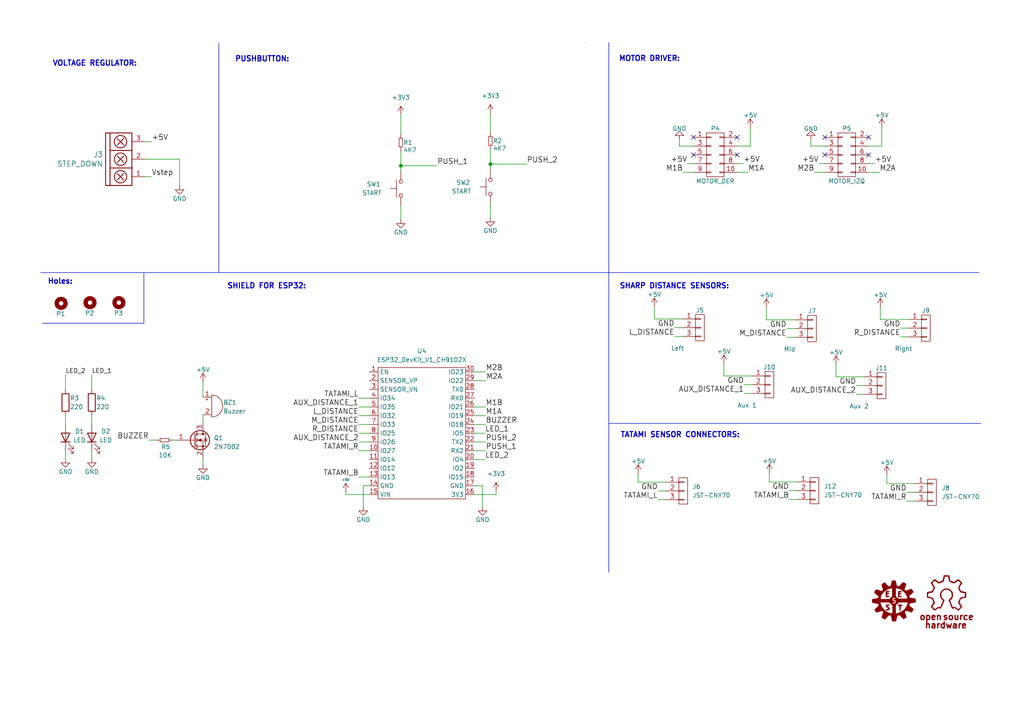
<source format=kicad_sch>
(kicad_sch (version 20250114) (generator "eeschema") (generator_version "9.0")
  (paper "A4")
  (lib_symbols
    (symbol "2019---Sumo---NANO---BTS7960-rescue:CONN_01X03-EESTN5" (pin_names (offset 1.016) (hide yes))
      (property "Reference" "J" (at 0 5.08 0))
      (property "Value" "CONN_01X03-EESTN5" (at 2.54 0 90))
      (symbol "CONN_01X03-EESTN5_1_1"
        (pin passive line (at -5.08 2.54 0) (length 3.81) (name "P1") (number "1"))
        (pin passive line (at -5.08 0 0) (length 3.81) (name "P2") (number "2"))
        (pin passive line (at -5.08 -2.54 0) (length 3.81) (name "P3") (number "3"))
      )
    )
    (symbol "2019---Sumo---NANO---BTS7960-rescue:Conn_01X03-EESTN5" (pin_names (offset 1.016) (hide yes))
      (property "Reference" "J" (at 0 5.08 0))
      (property "Value" "Conn_01X03-EESTN5" (at 0 -5.08 0))
      (symbol "Conn_01X03-EESTN5_1_1"
        (pin passive line (at -5.08 2.54 0) (length 3.81) (name "P1") (number "1"))
        (pin passive line (at -5.08 0 0) (length 3.81) (name "P2") (number "2"))
        (pin passive line (at -5.08 -2.54 0) (length 3.81) (name "P3") (number "3"))
      )
    )
    (symbol "2019---Sumo---NANO---BTS7960-rescue:HEADER_02X05-EESTN5" (pin_names (offset 0.0254) (hide yes))
      (property "Reference" "P" (at 0 7.62 0))
      (property "Value" "HEADER_02X05-EESTN5" (at 0 -7.62 0))
      (symbol "HEADER_02X05-EESTN5_1_1"
        (pin passive line (at -6.35 5.08 0) (length 3.81) (name "P1") (number "1"))
        (pin passive line (at -6.35 2.54 0) (length 3.81) (name "P3") (number "3"))
        (pin passive line (at -6.35 0 0) (length 3.81) (name "P5") (number "5"))
        (pin passive line (at -6.35 -2.54 0) (length 3.81) (name "P7") (number "7"))
        (pin passive line (at -6.35 -5.08 0) (length 3.81) (name "P9") (number "9"))
        (pin passive line (at 6.35 5.08 180) (length 3.81) (name "P2") (number "2"))
        (pin passive line (at 6.35 2.54 180) (length 3.81) (name "P4") (number "4"))
        (pin passive line (at 6.35 0 180) (length 3.81) (name "P6") (number "6"))
        (pin passive line (at 6.35 -2.54 180) (length 3.81) (name "P8") (number "8"))
        (pin passive line (at 6.35 -5.08 180) (length 3.81) (name "P10") (number "10"))
      )
    )
    (symbol "2019---Sumo---NANO---BTS7960-rescue:LOGO_ROTULO-EESTN5" (pin_names (offset 1.016)))
    (symbol "2019---Sumo---NANO---BTS7960-rescue:Mounting_Hole-EESTN5" (pin_names (offset 1.016))
      (property "Reference" "H" (at 0 5.08 0))
    )
    (symbol "2019---Sumo---NANO---BTS7960-rescue:OSHWA-EESTN5" (pin_names (offset 1.016))
      (symbol "OSHWA-EESTN5_0_0"
        (text "open" (at -4.445 -4.445 0) (effects (font (size 1.778 1.778) (bold yes))))
        (text "hardware" (at -0.0254 -6.858 0) (effects (font (size 1.778 1.778) (bold yes))))
        (text "source" (at 3.556 -4.445 0) (effects (font (size 1.778 1.778) (bold yes))))
      )
    )
    (symbol "2019---Sumo---NANO---BTS7960-rescue:R-EESTN5" (pin_numbers (hide yes)) (pin_names (offset 0))
      (property "Reference" "R" (at -1.27 0 90))
      (property "Value" "R-EESTN5" (at 1.27 0 90))
      (symbol "R-EESTN5_1_1"
        (pin passive line (at 0 2.54 270) (length 1.27) (name "~") (number "1"))
        (pin passive line (at 0 -2.54 90) (length 1.27) (name "~") (number "2"))
      )
    )
    (symbol "2019---Sumo---NANO---BTS7960-rescue:SW_Push-EESTN5" (pin_numbers (hide yes)) (pin_names (offset 1.016) (hide yes))
      (property "Reference" "SW" (at 1.27 2.54 0))
      (symbol "SW_Push-EESTN5_0_1"
        (pin passive line (at -5.08 0 0) (length 2.54) (name "1") (number "1"))
        (pin passive line (at 5.08 0 180) (length 2.54) (name "2") (number "2"))
      )
    )
    (symbol "2019---Sumo---NANO---BTS7960-rescue:TB_1X3-EESTN5" (pin_names (offset 1.016))
      (property "Reference" "J" (at 0 7.62 0))
      (property "Value" "TB_1X3-EESTN5" (at 1.27 -11.43 0))
      (symbol "TB_1X3-EESTN5_1_1"
        (pin input line (at 8.89 2.54 180) (length 3.81) (name "~") (number "1"))
        (pin input line (at 8.89 -2.54 180) (length 3.81) (name "~") (number "2"))
        (pin input line (at 8.89 -7.62 180) (length 3.81) (name "~") (number "3"))
      )
    )
    (symbol "Device:Buzzer" (pin_names (offset 0.0254) (hide yes))
      (property "Reference" "BZ" (at 3.81 1.27 0))
      (property "Value" "Buzzer" (at 3.81 -1.27 0))
      (symbol "Buzzer_1_1"
        (pin passive line (at -2.54 2.54 0) (length 2.54) (name "-") (number "1"))
        (pin passive line (at -2.54 -2.54 0) (length 2.54) (name "+") (number "2"))
      )
    )
    (symbol "Device:LED" (pin_numbers (hide yes)) (pin_names (offset 1.016) (hide yes))
      (property "Reference" "D" (at 0 2.54 0))
      (property "Value" "LED" (at 0 -2.54 0))
      (symbol "LED_1_1"
        (pin passive line (at -3.81 0 0) (length 2.54) (name "K") (number "1"))
        (pin passive line (at 3.81 0 180) (length 2.54) (name "A") (number "2"))
      )
    )
    (symbol "Device:R" (pin_numbers (hide yes)) (pin_names (offset 0))
      (property "Reference" "R" (at 2.032 0 90))
      (property "Value" "R" (at 0 0 90))
      (symbol "R_1_1"
        (pin passive line (at 0 3.81 270) (length 1.27) (name "~") (number "1"))
        (pin passive line (at 0 -3.81 90) (length 1.27) (name "~") (number "2"))
      )
    )
    (symbol "EESTN5-v2:ESP32_DevKit_V1_CH9102X"
      (property "Reference" "U" (at -11.43 22.86 0))
      (property "Value" "ESP32_DevKit_V1_CH9102X" (at 11.43 22.86 0))
      (symbol "ESP32_DevKit_V1_CH9102X_0_0"
        (pin bidirectional line (at 15.24 19.05 180) (length 2.54) (name "IO23") (number "30"))
        (pin bidirectional line (at 15.24 16.51 180) (length 2.54) (name "IO22") (number "29"))
        (pin bidirectional line (at 15.24 13.97 180) (length 2.54) (name "TX0") (number "28"))
      )
      (symbol "ESP32_DevKit_V1_CH9102X_1_1"
        (pin input line (at -15.24 19.05 0) (length 2.54) (name "EN") (number "1"))
        (pin input line (at -15.24 16.51 0) (length 2.54) (name "SENSOR_VP") (number "2"))
        (pin input line (at -15.24 13.97 0) (length 2.54) (name "SENSOR_VN") (number "3"))
        (pin input line (at -15.24 11.43 0) (length 2.54) (name "IO34") (number "4"))
        (pin input line (at -15.24 8.89 0) (length 2.54) (name "IO35") (number "5"))
        (pin bidirectional line (at -15.24 6.35 0) (length 2.54) (name "IO32") (number "6"))
        (pin bidirectional line (at -15.24 3.81 0) (length 2.54) (name "IO33") (number "7"))
        (pin bidirectional line (at -15.24 1.27 0) (length 2.54) (name "IO25") (number "8"))
        (pin bidirectional line (at -15.24 -1.27 0) (length 2.54) (name "IO26") (number "9"))
        (pin bidirectional line (at -15.24 -3.81 0) (length 2.54) (name "IO27") (number "10"))
        (pin bidirectional line (at -15.24 -6.35 0) (length 2.54) (name "IO14") (number "11"))
        (pin bidirectional line (at -15.24 -8.89 0) (length 2.54) (name "IO12") (number "12"))
        (pin bidirectional line (at -15.24 -11.43 0) (length 2.54) (name "IO13") (number "13"))
        (pin power_in line (at -15.24 -13.97 0) (length 2.54) (name "GND") (number "14"))
        (pin power_in line (at -15.24 -16.51 0) (length 2.54) (name "VIN") (number "15"))
        (pin bidirectional line (at 15.24 11.43 180) (length 2.54) (name "RX0") (number "27"))
        (pin bidirectional line (at 15.24 8.89 180) (length 2.54) (name "IO21") (number "26"))
        (pin bidirectional line (at 15.24 6.35 180) (length 2.54) (name "IO19") (number "25"))
        (pin bidirectional line (at 15.24 3.81 180) (length 2.54) (name "IO18") (number "24"))
        (pin bidirectional line (at 15.24 1.27 180) (length 2.54) (name "IO5") (number "23"))
        (pin bidirectional line (at 15.24 -1.27 180) (length 2.54) (name "TX2") (number "22"))
        (pin bidirectional line (at 15.24 -3.81 180) (length 2.54) (name "RX2") (number "21"))
        (pin bidirectional line (at 15.24 -6.35 180) (length 2.54) (name "IO4") (number "20"))
        (pin bidirectional line (at 15.24 -8.89 180) (length 2.54) (name "IO2") (number "19"))
        (pin bidirectional line (at 15.24 -11.43 180) (length 2.54) (name "IO15") (number "18"))
        (pin power_in line (at 15.24 -13.97 180) (length 2.54) (name "GND") (number "17"))
        (pin power_in line (at 15.24 -16.51 180) (length 2.54) (name "3V3") (number "16"))
      )
    )
    (symbol "Transistor_FET:2N7002" (pin_names (hide yes))
      (property "Reference" "Q" (at 5.08 1.905 0))
      (property "Value" "2N7002" (at 5.08 0 0))
      (symbol "2N7002_1_1"
        (pin input line (at -5.08 0 0) (length 2.54) (name "G") (number "1"))
        (pin passive line (at 2.54 5.08 270) (length 2.54) (name "D") (number "3"))
        (pin passive line (at 2.54 -5.08 90) (length 2.54) (name "S") (number "2"))
      )
    )
    (symbol "power:+3V3" (power) (pin_names (offset 0))
      (property "Value" "+3V3" (at 0 3.556 0))
      (symbol "+3V3_1_1"
        (pin power_in line (at 0 0 90) (length 0) (hide yes) (name "+3V3") (number "1"))
      )
    )
    (symbol "power:+5V" (power) (pin_names (offset 0))
      (property "Value" "+5V" (at 0 3.556 0))
      (symbol "+5V_1_1"
        (pin power_in line (at 0 0 90) (length 0) (hide yes) (name "+5V") (number "1"))
      )
    )
    (symbol "power:GND" (power) (pin_names (offset 0))
      (property "Value" "GND" (at 0 -3.81 0))
      (symbol "GND_1_1"
        (pin power_in line (at 0 0 270) (length 0) (hide yes) (name "GND") (number "1"))
      )
    )
  )
  (text "TATAMI SENSOR CONNECTORS:" (at 214.6808 127.127 0) (effects (font (size 1.524 1.524) (thickness 0.3048) (bold yes)) (justify right bottom)))
  (text "SHARP DISTANCE SENSORS:" (at 179.6288 83.947 0) (effects (font (size 1.524 1.524) (thickness 0.3048) (bold yes)) (justify left bottom)))
  (text "MOTOR DRIVER:" (at 179.451 18.0086 0) (effects (font (size 1.524 1.524) (thickness 0.3048) (bold yes)) (justify left bottom)))
  (text "VOLTAGE REGULATOR:" (at 39.8272 19.3802 0) (effects (font (size 1.524 1.524) (thickness 0.3048) (bold yes)) (justify right bottom)))
  (text "Holes:" (at 21.209 82.6262 0) (effects (font (size 1.524 1.524) (thickness 0.3048) (bold yes)) (justify right bottom)))
  (text "PUSHBUTTON:" (at 68.0974 18.1102 0) (effects (font (size 1.524 1.524) (thickness 0.3048) (bold yes)) (justify left bottom)))
  (text "SHIELD FOR ESP32:" (at 65.8368 83.947 0) (effects (font (size 1.524 1.524) (thickness 0.3048) (bold yes)) (justify left bottom)))
  (junction (at 116.2558 48.0822))
  (junction (at 142.24 47.5996))
  (no_connect (at 213.8172 39.8272))
  (no_connect (at 239.2426 39.8272))
  (no_connect (at 201.1172 44.9072))
  (no_connect (at 213.8172 44.9072))
  (no_connect (at 239.2426 44.9072))
  (no_connect (at 251.9426 39.8272))
  (no_connect (at 201.1172 39.8272))
  (no_connect (at 251.9426 44.9072))
  (wire (pts (xy 100.3046 142.6972) (xy 100.3046 143.4338)))
  (wire (pts (xy 222.3008 92.7608) (xy 222.3008 89.2048)))
  (wire (pts (xy 107.1118 128.1938) (xy 104.0384 128.1938)))
  (polyline (pts (xy 56.134 142.2654) (xy 56.134 142.2654)))
  (wire (pts (xy 255.7526 42.3672) (xy 251.9426 42.3672)))
  (wire (pts (xy 235.1786 42.3672) (xy 235.1786 40.5892)))
  (wire (pts (xy 142.24 47.5996) (xy 152.781 47.5996)))
  (wire (pts (xy 189.7888 92.5068) (xy 197.9168 92.5068)))
  (wire (pts (xy 116.2558 48.0822) (xy 116.2558 49.6062)))
  (wire (pts (xy 137.5918 140.8938) (xy 139.9794 140.8938)))
  (wire (pts (xy 257.2258 140.2588) (xy 257.2258 137.7188)))
  (wire (pts (xy 209.9564 109.0422) (xy 218.0844 109.0422)))
  (polyline (pts (xy 63.4746 12.4968) (xy 63.4746 79.0448)))
  (wire (pts (xy 116.2558 48.0822) (xy 126.7968 48.0822)))
  (polyline (pts (xy 63.3476 79.0448) (xy 11.7856 79.0448)))
  (wire (pts (xy 242.4684 109.2962) (xy 250.5964 109.2962)))
  (wire (pts (xy 237.4646 47.4472) (xy 239.2426 47.4472)))
  (wire (pts (xy 236.1946 49.9872) (xy 239.2426 49.9872)))
  (wire (pts (xy 107.1118 140.8938) (xy 105.3592 140.8938)))
  (wire (pts (xy 215.7984 114.1222) (xy 218.0844 114.1222)))
  (wire (pts (xy 195.6308 95.0468) (xy 197.9168 95.0468)))
  (polyline (pts (xy 63.4746 79.0448) (xy 203.9366 79.0448)))
  (wire (pts (xy 58.8772 110.7948) (xy 58.8772 115.2144)))
  (polyline (pts (xy 41.7322 93.7514) (xy 12.2682 93.7514)))
  (wire (pts (xy 50.2666 127.6604) (xy 51.2572 127.6604)))
  (wire (pts (xy 248.3104 114.3762) (xy 250.5964 114.3762)))
  (wire (pts (xy 242.4684 109.2962) (xy 242.4684 105.7402)))
  (wire (pts (xy 213.8172 49.9872) (xy 216.9922 49.9872)))
  (wire (pts (xy 43.9674 51.2572) (xy 42.0624 51.2572)))
  (wire (pts (xy 137.5918 120.5738) (xy 140.8938 120.5738)))
  (wire (pts (xy 116.2558 43.8912) (xy 116.2558 48.0822)))
  (wire (pts (xy 137.5918 128.1938) (xy 140.8938 128.1938)))
  (wire (pts (xy 116.2558 59.7662) (xy 116.2558 63.5762)))
  (wire (pts (xy 52.0954 53.7972) (xy 52.0954 46.1772)))
  (wire (pts (xy 185.0898 139.8524) (xy 185.0898 137.3124)))
  (wire (pts (xy 104.013 120.5738) (xy 107.1118 120.5738)))
  (wire (pts (xy 257.2258 140.2588) (xy 265.2268 140.2588)))
  (wire (pts (xy 255.3208 92.6338) (xy 263.4488 92.6338)))
  (wire (pts (xy 52.0954 46.1772) (xy 42.0624 46.1772)))
  (wire (pts (xy 228.1428 95.3008) (xy 230.4288 95.3008)))
  (wire (pts (xy 228.1428 97.8408) (xy 230.4288 97.8408)))
  (wire (pts (xy 190.8048 144.9324) (xy 193.0908 144.9324)))
  (wire (pts (xy 107.1118 125.6538) (xy 104.013 125.6538)))
  (wire (pts (xy 251.9426 47.4472) (xy 253.7206 47.4472)))
  (wire (pts (xy 223.139 139.7762) (xy 223.139 137.2362)))
  (wire (pts (xy 26.6192 130.7084) (xy 26.6192 132.9944)))
  (wire (pts (xy 261.1628 97.7138) (xy 263.4488 97.7138)))
  (polyline (pts (xy 41.7322 79.2734) (xy 41.7322 93.7514)))
  (polyline (pts (xy 169.799 12.573) (xy 169.799 12.573)))
  (wire (pts (xy 137.5918 118.0338) (xy 140.8938 118.0338)))
  (wire (pts (xy 18.9992 108.6104) (xy 18.9992 112.9284)))
  (wire (pts (xy 139.9794 140.8938) (xy 139.9794 146.9136)))
  (wire (pts (xy 142.24 38.3286) (xy 142.24 32.8676)))
  (wire (pts (xy 213.8172 47.4472) (xy 215.5952 47.4472)))
  (wire (pts (xy 137.5918 123.1138) (xy 140.8938 123.1138)))
  (wire (pts (xy 209.9564 109.0422) (xy 209.9564 105.4862)))
  (wire (pts (xy 137.5918 130.7338) (xy 140.8938 130.7338)))
  (wire (pts (xy 142.24 47.5996) (xy 142.24 49.1236)))
  (wire (pts (xy 217.6272 42.3672) (xy 213.8172 42.3672)))
  (wire (pts (xy 104.013 118.0338) (xy 107.1118 118.0338)))
  (wire (pts (xy 107.1118 138.3538) (xy 104.013 138.3538)))
  (wire (pts (xy 43.1546 127.6604) (xy 45.1866 127.6604)))
  (wire (pts (xy 116.2558 38.8112) (xy 116.2558 33.3502)))
  (wire (pts (xy 248.3104 111.8362) (xy 250.5964 111.8362)))
  (wire (pts (xy 185.0898 139.8524) (xy 193.0908 139.8524)))
  (wire (pts (xy 18.9992 120.5484) (xy 18.9992 123.0884)))
  (wire (pts (xy 58.8772 120.2944) (xy 58.8772 122.5804)))
  (wire (pts (xy 137.5918 107.8738) (xy 140.8938 107.8738)))
  (wire (pts (xy 228.854 144.8562) (xy 231.14 144.8562)))
  (wire (pts (xy 255.7526 36.9824) (xy 255.7526 42.3672)))
  (polyline (pts (xy 283.9466 79.0448) (xy 203.9366 79.0448)))
  (wire (pts (xy 43.9674 41.0972) (xy 42.0624 41.0972)))
  (wire (pts (xy 261.1628 95.1738) (xy 263.4488 95.1738)))
  (wire (pts (xy 105.3592 140.8938) (xy 105.3592 146.9136)))
  (wire (pts (xy 18.9992 130.7084) (xy 18.9992 132.9944)))
  (wire (pts (xy 223.139 139.7762) (xy 231.14 139.7762)))
  (wire (pts (xy 251.9426 49.9872) (xy 255.1176 49.9872)))
  (wire (pts (xy 107.1118 130.7338) (xy 104.013 130.7338)))
  (wire (pts (xy 26.6192 108.6104) (xy 26.6192 112.9284)))
  (wire (pts (xy 26.6192 120.5484) (xy 26.6192 123.0884)))
  (wire (pts (xy 217.6272 36.9824) (xy 217.6272 42.3672)))
  (wire (pts (xy 235.1786 42.3672) (xy 239.2426 42.3672)))
  (wire (pts (xy 262.9408 145.3388) (xy 265.2268 145.3388)))
  (wire (pts (xy 104.013 123.1138) (xy 107.1118 123.1138)))
  (polyline (pts (xy 176.5808 122.809) (xy 284.5308 122.809)))
  (wire (pts (xy 215.7984 111.5822) (xy 218.0844 111.5822)))
  (wire (pts (xy 137.5918 143.4338) (xy 143.891 143.4338)))
  (wire (pts (xy 142.24 59.2836) (xy 142.24 63.0936)))
  (wire (pts (xy 193.0908 142.3924) (xy 190.8048 142.3924)))
  (wire (pts (xy 137.5918 133.2738) (xy 140.6906 133.2738)))
  (wire (pts (xy 58.8772 134.747) (xy 58.8772 132.7404)))
  (wire (pts (xy 142.24 43.4086) (xy 142.24 47.5996)))
  (wire (pts (xy 255.3208 92.6338) (xy 255.3208 89.0778)))
  (wire (pts (xy 222.3008 92.7608) (xy 230.4288 92.7608)))
  (wire (pts (xy 137.5918 125.6538) (xy 140.6906 125.6538)))
  (wire (pts (xy 231.14 142.3162) (xy 228.854 142.3162)))
  (wire (pts (xy 197.0532 42.3672) (xy 197.0532 40.5892)))
  (wire (pts (xy 199.3392 47.4472) (xy 201.1172 47.4472)))
  (wire (pts (xy 137.5918 110.4138) (xy 141.0208 110.4138)))
  (wire (pts (xy 197.0532 42.3672) (xy 201.1172 42.3672)))
  (wire (pts (xy 198.0692 49.9872) (xy 201.1172 49.9872)))
  (wire (pts (xy 265.2268 142.7988) (xy 262.9408 142.7988)))
  (wire (pts (xy 195.6308 97.5868) (xy 197.9168 97.5868)))
  (wire (pts (xy 104.013 115.4938) (xy 107.1118 115.4938)))
  (wire (pts (xy 143.891 142.494) (xy 143.891 143.4338)))
  (polyline (pts (xy 176.5808 12.319) (xy 176.5808 165.989)))
  (wire (pts (xy 189.7888 92.5068) (xy 189.7888 88.9508)))
  (wire (pts (xy 100.3046 143.4338) (xy 107.1118 143.4338)))
  (label "M1A" (at 140.8938 120.5738 0) (effects (font (size 1.524 1.524))))
  (label "M1B" (at 140.8938 118.0338 0) (effects (font (size 1.524 1.524))))
  (label "L_DISTANCE" (at 104.013 120.5738 180) (effects (font (size 1.524 1.524))))
  (label "+5V" (at 43.9674 41.0972 0) (effects (font (size 1.524 1.524))))
  (label "LED_2" (at 18.9992 108.6104 0))
  (label "GND" (at 261.1628 95.1738 180) (effects (font (size 1.524 1.524))))
  (label "M2B" (at 140.8938 107.8738 0) (effects (font (size 1.524 1.524))))
  (label "LED_1" (at 26.6192 108.6104 0))
  (label "GND" (at 195.6308 95.0468 180) (effects (font (size 1.524 1.524))))
  (label "+5V" (at 253.7206 47.4472 0) (effects (font (size 1.524 1.524))))
  (label "GND" (at 228.1428 95.3008 180) (effects (font (size 1.524 1.524))))
  (label "BUZZER" (at 43.1546 127.6604 180) (effects (font (size 1.524 1.524))))
  (label "AUX_DISTANCE_2" (at 104.0384 128.1938 180) (effects (font (size 1.524 1.524))))
  (label "Vstep" (at 43.9674 51.2572 0) (effects (font (size 1.524 1.524))))
  (label "GND" (at 190.8048 142.3924 180) (effects (font (size 1.524 1.524))))
  (label "GND" (at 248.3104 111.8362 180) (effects (font (size 1.524 1.524))))
  (label "AUX_DISTANCE_2" (at 248.3104 114.3762 180) (effects (font (size 1.524 1.524))))
  (label "+5V" (at 199.3392 47.4472 180) (effects (font (size 1.524 1.524))))
  (label "R_DISTANCE" (at 104.013 125.6538 180) (effects (font (size 1.524 1.524))))
  (label "GND" (at 215.7984 111.5822 180) (effects (font (size 1.524 1.524))))
  (label "+5V" (at 215.5952 47.4472 0) (effects (font (size 1.524 1.524))))
  (label "PUSH_1" (at 126.7968 48.0822 0) (effects (font (size 1.524 1.524))))
  (label "GND" (at 228.854 142.3162 180) (effects (font (size 1.524 1.524))))
  (label "LED_2" (at 140.6906 133.2738 0) (effects (font (size 1.524 1.524))))
  (label "M2A" (at 141.0208 110.4138 0) (effects (font (size 1.524 1.524))))
  (label "PUSH_2" (at 140.8938 128.1938 0) (effects (font (size 1.524 1.524))))
  (label "PUSH_1" (at 140.8938 130.7338 0) (effects (font (size 1.524 1.524))))
  (label "PUSH_2" (at 152.781 47.5996 0) (effects (font (size 1.524 1.524))))
  (label "M_DISTANCE" (at 228.1428 97.8408 180) (effects (font (size 1.524 1.524))))
  (label "M2A" (at 255.1176 49.9872 0) (effects (font (size 1.524 1.524))))
  (label "TATAMI_L" (at 190.8048 144.9324 180) (effects (font (size 1.524 1.524))))
  (label "R_DISTANCE" (at 261.1628 97.7138 180) (effects (font (size 1.524 1.524))))
  (label "TATAMI_B" (at 104.013 138.3538 180) (effects (font (size 1.524 1.524))))
  (label "AUX_DISTANCE_1" (at 215.7984 114.1222 180) (effects (font (size 1.524 1.524))))
  (label "BUZZER" (at 140.8938 123.1138 0) (effects (font (size 1.524 1.524))))
  (label "+5V" (at 237.4646 47.4472 180) (effects (font (size 1.524 1.524))))
  (label "M1B" (at 198.0692 49.9872 180) (effects (font (size 1.524 1.524))))
  (label "L_DISTANCE" (at 195.6308 97.5868 180) (effects (font (size 1.524 1.524))))
  (label "TATAMI_L" (at 104.013 115.4938 180) (effects (font (size 1.524 1.524))))
  (label "GND" (at 262.9408 142.7988 180) (effects (font (size 1.524 1.524))))
  (label "TATAMI_B" (at 228.854 144.8562 180) (effects (font (size 1.524 1.524))))
  (label "TATAMI_R" (at 262.9408 145.3388 180) (effects (font (size 1.524 1.524))))
  (label "TATAMI_R" (at 104.013 130.7338 180) (effects (font (size 1.524 1.524))))
  (label "M2B" (at 236.1946 49.9872 180) (effects (font (size 1.524 1.524))))
  (label "M1A" (at 216.9922 49.9872 0) (effects (font (size 1.524 1.524))))
  (label "AUX_DISTANCE_1" (at 104.013 118.0338 180) (effects (font (size 1.524 1.524))))
  (label "M_DISTANCE" (at 104.013 123.1138 180) (effects (font (size 1.524 1.524))))
  (label "LED_1" (at 140.6906 125.6538 0) (effects (font (size 1.524 1.524))))
  (symbol (lib_id "2019---Sumo---NANO---BTS7960-rescue:CONN_01X03-EESTN5") (at 235.5088 95.3008 0) (unit 1)
    (property "Reference" "J7" (at 235.5088 90.2208 0))
    (property "Value" "Mid" (at 229.0318 101.2698 0))
    (property "Footprint" "Connector:FanPinHeader_1x03_P2.54mm_Vertical" (effects (hide yes)))
  )
  (symbol (lib_id "2019---Sumo---NANO---BTS7960-rescue:TB_1X3-EESTN5") (at 33.1724 48.7172 0) (mirror x) (unit 1)
    (property "Reference" "J3" (at 29.8958 44.831 0) (effects (font (size 1.524 1.524)) (justify right)))
    (property "Value" "STEP_DOWN" (at 29.8958 47.5234 0) (effects (font (size 1.524 1.524)) (justify right)))
    (property "Footprint" "EESTN5:BORNERA3_AZUL" (effects (hide yes)))
  )
  (symbol (lib_id "2019---Sumo---NANO---BTS7960-rescue:CONN_01X03-EESTN5") (at 223.1644 111.5822 0) (unit 1)
    (property "Reference" "J10" (at 223.1644 106.5022 0))
    (property "Value" "Aux 1" (at 216.6874 117.5512 0))
    (property "Footprint" "Connector:FanPinHeader_1x03_P2.54mm_Vertical" (effects (hide yes)))
  )
  (symbol (lib_id "2019---Sumo---NANO---BTS7960-rescue:SW_Push-EESTN5") (at 142.24 54.2036 90) (unit 1)
    (property "Reference" "SW2" (at 136.398 52.9336 90) (effects (justify left)))
    (property "Value" "START" (at 133.858 55.4736 90))
    (property "Footprint" "Connector_PinHeader_2.54mm:PinHeader_1x02_P2.54mm_Horizontal" (effects (hide yes)))
  )
  (symbol (lib_id "Device:Buzzer") (at 61.4172 117.7544 0) (unit 1)
    (property "Reference" "BZ1" (at 64.7192 116.7384 0) (effects (justify left)))
    (property "Value" "Buzzer" (at 64.7192 119.2784 0) (effects (justify left)))
    (property "Footprint" "EESTN5:Buzzer_12mm" (effects (hide yes)))
  )
  (symbol (lib_id "2019---Sumo---NANO---BTS7960-rescue:CONN_01X03-EESTN5") (at 255.6764 111.8362 0) (unit 1)
    (property "Reference" "J11" (at 255.6764 106.7562 0))
    (property "Value" "Aux 2" (at 249.1994 117.8052 0))
    (property "Footprint" "Connector:FanPinHeader_1x03_P2.54mm_Vertical" (effects (hide yes)))
  )
  (symbol (lib_id "power:GND") (at 142.24 63.0936 0) (unit 1)
    (property "Reference" "#PWR019" (effects (hide yes)))
    (property "Value" "GND" (at 142.24 66.9036 0))
  )
  (symbol (lib_id "power:+5V") (at 255.3208 89.0778 0) (unit 1)
    (property "Reference" "#PWR017" (effects (hide yes)))
    (property "Value" "+5V" (at 255.3208 85.5218 0))
  )
  (symbol (lib_id "2019---Sumo---NANO---BTS7960-rescue:Mounting_Hole-EESTN5") (at 17.7292 87.9856 180) (unit 1)
    (property "Reference" "P1" (at 17.6022 91.0336 0))
    (property "Value" "Mounting_Hole" (effects (hide yes)))
    (property "Footprint" "EESTN5:Separador_M3_5mm" (effects (hide yes)))
  )
  (symbol (lib_id "power:GND") (at 52.0954 53.7972 0) (unit 1)
    (property "Reference" "#PWR01" (effects (hide yes)))
    (property "Value" "GND" (at 52.0954 57.6072 0))
  )
  (symbol (lib_id "2019---Sumo---NANO---BTS7960-rescue:Conn_01X03-EESTN5") (at 198.1708 142.3924 0) (unit 1)
    (property "Reference" "J6" (at 200.8378 141.1223 0) (effects (justify left)))
    (property "Value" "JST-CNY70" (at 200.8378 143.6623 0) (effects (justify left)))
    (property "Footprint" "Connector:FanPinHeader_1x03_P2.54mm_Vertical" (effects (hide yes)))
  )
  (symbol (lib_id "power:GND") (at 235.1786 40.5892 0) (mirror x) (unit 1)
    (property "Reference" "#PWR014" (effects (hide yes)))
    (property "Value" "GND" (at 235.1786 37.3126 0))
  )
  (symbol (lib_id "power:+5V") (at 209.9564 105.4862 0) (unit 1)
    (property "Reference" "#PWR027" (effects (hide yes)))
    (property "Value" "+5V" (at 209.9564 101.9302 0))
  )
  (symbol (lib_id "power:+5V") (at 242.4684 105.7402 0) (unit 1)
    (property "Reference" "#PWR028" (effects (hide yes)))
    (property "Value" "+5V" (at 242.4684 102.1842 0))
  )
  (symbol (lib_id "power:GND") (at 58.8772 134.747 0) (unit 1)
    (property "Reference" "#PWR022" (effects (hide yes)))
    (property "Value" "GND" (at 58.8772 138.557 0))
  )
  (symbol (lib_id "power:GND") (at 197.0532 40.5892 0) (mirror x) (unit 1)
    (property "Reference" "#PWR010" (effects (hide yes)))
    (property "Value" "GND" (at 197.0532 37.3126 0))
  )
  (symbol (lib_id "power:+5V") (at 100.3046 142.6972 0) (unit 1)
    (property "Reference" "#PWR023" (effects (hide yes)))
    (property "Value" "+5V" (at 100.3046 139.1412 0) (effects (font (size 0.7112 0.7112))))
  )
  (symbol (lib_id "2019---Sumo---NANO---BTS7960-rescue:CONN_01X03-EESTN5") (at 268.5288 95.1738 0) (unit 1)
    (property "Reference" "J9" (at 268.5288 90.0938 0))
    (property "Value" "Right" (at 262.0518 101.1428 0))
    (property "Footprint" "Connector:FanPinHeader_1x03_P2.54mm_Vertical" (effects (hide yes)))
  )
  (symbol (lib_id "power:GND") (at 105.3592 146.9136 0) (unit 1)
    (property "Reference" "#PWR024" (effects (hide yes)))
    (property "Value" "GND" (at 105.3592 150.7236 0))
  )
  (symbol (lib_id "power:+5V") (at 257.2258 137.7188 0) (unit 1)
    (property "Reference" "#PWR015" (effects (hide yes)))
    (property "Value" "+5V" (at 257.2258 134.1628 0))
  )
  (symbol (lib_id "power:+5V") (at 255.7526 36.9824 0) (unit 1)
    (property "Reference" "#PWR016" (effects (hide yes)))
    (property "Value" "+5V" (at 255.7526 33.4264 0))
  )
  (symbol (lib_id "power:+5V") (at 222.3008 89.2048 0) (unit 1)
    (property "Reference" "#PWR013" (effects (hide yes)))
    (property "Value" "+5V" (at 222.3008 85.6488 0))
  )
  (symbol (lib_id "power:+3V3") (at 142.24 32.8676 0) (unit 1)
    (property "Reference" "#PWR018" (effects (hide yes)))
    (property "Value" "+3V3" (at 142.24 27.7876 0))
  )
  (symbol (lib_id "power:GND") (at 26.6192 132.9944 0) (unit 1)
    (property "Reference" "#PWR020" (effects (hide yes)))
    (property "Value" "GND" (at 26.6192 136.8044 0))
  )
  (symbol (lib_id "2019---Sumo---NANO---BTS7960-rescue:CONN_01X03-EESTN5") (at 202.9968 95.0468 0) (unit 1)
    (property "Reference" "J5" (at 202.9968 89.9668 0))
    (property "Value" "Left" (at 196.5198 101.0158 0))
    (property "Footprint" "Connector:FanPinHeader_1x03_P2.54mm_Vertical" (effects (hide yes)))
  )
  (symbol (lib_id "2019---Sumo---NANO---BTS7960-rescue:HEADER_02X05-EESTN5") (at 245.5926 44.9072 0) (unit 1)
    (property "Reference" "P5" (at 245.5926 37.2872 0))
    (property "Value" "MOTOR_IZQ" (at 245.5926 52.5272 0))
    (property "Footprint" "EESTN5:Header_2x05x2.54mm_Vertical" (effects (hide yes)))
  )
  (symbol (lib_id "2019---Sumo---NANO---BTS7960-rescue:R-EESTN5") (at 116.2558 41.3512 0) (unit 1)
    (property "Reference" "R1" (at 118.2878 41.3512 0))
    (property "Value" "4K7" (at 118.9228 43.5102 0))
    (property "Footprint" "EESTN5:RES0.3" (effects (hide yes)))
  )
  (symbol (lib_id "2019---Sumo---NANO---BTS7960-rescue:OSHWA-EESTN5") (at 274.3962 174.4472 0) (unit 1)
    (property "Reference" "#G2" (effects (hide yes)))
    (property "Value" "OSHWA" (effects (hide yes)))
  )
  (symbol (lib_id "power:+5V") (at 58.8772 110.7948 0) (unit 1)
    (property "Reference" "#PWR021" (effects (hide yes)))
    (property "Value" "+5V" (at 58.8772 107.2388 0))
  )
  (symbol (lib_id "Device:LED") (at 18.9992 126.8984 90) (unit 1)
    (property "Reference" "D1" (at 23.0632 125.1204 90))
    (property "Value" "LED" (at 23.0632 127.6604 90))
    (property "Footprint" "EESTN5:led_5mm_clear" (effects (hide yes)))
  )
  (symbol (lib_id "power:GND") (at 116.2558 63.5762 0) (unit 1)
    (property "Reference" "#PWR06" (effects (hide yes)))
    (property "Value" "GND" (at 116.2558 67.3862 0))
  )
  (symbol (lib_id "power:+5V") (at 217.6272 36.9824 0) (unit 1)
    (property "Reference" "#PWR012" (effects (hide yes)))
    (property "Value" "+5V" (at 217.6272 33.4264 0))
  )
  (symbol (lib_id "power:+5V") (at 223.139 137.2362 0) (unit 1)
    (property "Reference" "#PWR029" (effects (hide yes)))
    (property "Value" "+5V" (at 223.139 133.6802 0))
  )
  (symbol (lib_id "2019---Sumo---NANO---BTS7960-rescue:R-EESTN5") (at 142.24 40.8686 0) (unit 1)
    (property "Reference" "R2" (at 144.272 40.8686 0))
    (property "Value" "4K7" (at 144.907 43.0276 0))
    (property "Footprint" "EESTN5:RES0.3" (effects (hide yes)))
  )
  (symbol (lib_id "power:GND") (at 139.9794 146.9136 0) (unit 1)
    (property "Reference" "#PWR025" (effects (hide yes)))
    (property "Value" "GND" (at 139.9794 150.7236 0))
  )
  (symbol (lib_id "2019---Sumo---NANO---BTS7960-rescue:SW_Push-EESTN5") (at 116.2558 54.6862 90) (unit 1)
    (property "Reference" "SW1" (at 110.4138 53.4162 90) (effects (justify left)))
    (property "Value" "START" (at 107.8738 55.9562 90))
    (property "Footprint" "Connector_PinHeader_2.54mm:PinHeader_1x02_P2.54mm_Horizontal" (effects (hide yes)))
  )
  (symbol (lib_id "2019---Sumo---NANO---BTS7960-rescue:Mounting_Hole-EESTN5") (at 26.1112 87.7824 180) (unit 1)
    (property "Reference" "P2" (at 25.9842 90.8304 0))
    (property "Value" "Mounting_Hole" (effects (hide yes)))
    (property "Footprint" "EESTN5:Separador_M3_5mm" (effects (hide yes)))
  )
  (symbol (lib_id "EESTN5-v2:ESP32_DevKit_V1_CH9102X") (at 122.3518 126.9238 0) (unit 1)
    (property "Reference" "U4" (at 122.3518 101.8286 0))
    (property "Value" "ESP32_DevKit_V1_CH9102X" (at 122.3518 104.3686 0))
    (property "Footprint" "EESTN5:ESP32_DevKit_V1_CH9102X" (effects (hide yes)))
  )
  (symbol (lib_id "2019---Sumo---NANO---BTS7960-rescue:Conn_01X03-EESTN5") (at 270.3068 142.7988 0) (unit 1)
    (property "Reference" "J8" (at 273.1008 141.5287 0) (effects (justify left)))
    (property "Value" "JST-CNY70" (at 273.1008 144.0687 0) (effects (justify left)))
    (property "Footprint" "Connector:FanPinHeader_1x03_P2.54mm_Vertical" (effects (hide yes)))
  )
  (symbol (lib_id "power:+3V3") (at 116.2558 33.3502 0) (unit 1)
    (property "Reference" "#PWR05" (effects (hide yes)))
    (property "Value" "+3V3" (at 116.2558 28.2702 0))
  )
  (symbol (lib_id "power:+5V") (at 189.7888 88.9508 0) (unit 1)
    (property "Reference" "#PWR09" (effects (hide yes)))
    (property "Value" "+5V" (at 189.7888 85.3948 0))
  )
  (symbol (lib_id "power:+3V3") (at 143.891 142.494 0) (unit 1)
    (property "Reference" "#PWR026" (effects (hide yes)))
    (property "Value" "+3V3" (at 143.891 137.414 0))
  )
  (symbol (lib_id "Transistor_FET:2N7002") (at 56.3372 127.6604 0) (unit 1)
    (property "Reference" "Q1" (at 62.0014 127.0254 0) (effects (justify left)))
    (property "Value" "2N7002" (at 62.0014 129.5654 0) (effects (justify left)))
    (property "Footprint" "Package_TO_SOT_SMD:SOT-23" (effects (hide yes)))
    (property "Datasheet" "https://www.onsemi.com/pub/Collateral/NDS7002A-D.PDF" (effects (hide yes)))
  )
  (symbol (lib_id "2019---Sumo---NANO---BTS7960-rescue:LOGO_ROTULO-EESTN5") (at 259.2832 174.1932 0) (unit 1)
    (property "Reference" "#G1" (effects (hide yes)))
    (property "Value" "LOGO_ROTULO" (effects (hide yes)))
  )
  (symbol (lib_id "2019---Sumo---NANO---BTS7960-rescue:HEADER_02X05-EESTN5") (at 207.4672 44.9072 0) (unit 1)
    (property "Reference" "P4" (at 207.4672 37.2872 0))
    (property "Value" "MOTOR_DER" (at 207.4672 52.5272 0))
    (property "Footprint" "EESTN5:Header_2x05x2.54mm_Vertical" (effects (hide yes)))
  )
  (symbol (lib_id "2019---Sumo---NANO---BTS7960-rescue:R-EESTN5") (at 47.7266 127.6604 270) (unit 1)
    (property "Reference" "R5" (at 48.0441 129.6289 90))
    (property "Value" "10K" (at 47.9171 132.0419 90))
    (property "Footprint" "EESTN5:R_1206" (effects (hide yes)))
  )
  (symbol (lib_id "power:+5V") (at 185.0898 137.3124 0) (unit 1)
    (property "Reference" "#PWR011" (effects (hide yes)))
    (property "Value" "+5V" (at 185.0898 133.7564 0))
  )
  (symbol (lib_id "2019---Sumo---NANO---BTS7960-rescue:Conn_01X03-EESTN5") (at 236.22 142.3162 0) (unit 1)
    (property "Reference" "J12" (at 239.014 141.0461 0) (effects (justify left)))
    (property "Value" "JST-CNY70" (at 239.014 143.5861 0) (effects (justify left)))
    (property "Footprint" "Connector:FanPinHeader_1x03_P2.54mm_Vertical" (effects (hide yes)))
  )
  (symbol (lib_id "Device:R") (at 26.6192 116.7384 0) (unit 1)
    (property "Reference" "R4" (at 27.8892 115.4684 0) (effects (justify left)))
    (property "Value" "220" (at 27.8892 118.0084 0) (effects (justify left)))
    (property "Footprint" "EESTN5:R_1206" (effects (hide yes)))
  )
  (symbol (lib_id "Device:LED") (at 26.6192 126.8984 90) (unit 1)
    (property "Reference" "D2" (at 30.6832 125.1204 90))
    (property "Value" "LED" (at 30.6832 127.6604 90))
    (property "Footprint" "EESTN5:led_5mm_clear" (effects (hide yes)))
  )
  (symbol (lib_id "power:GND") (at 18.9992 132.9944 0) (unit 1)
    (property "Reference" "#PWR02" (effects (hide yes)))
    (property "Value" "GND" (at 18.9992 136.8044 0))
  )
  (symbol (lib_id "Device:R") (at 18.9992 116.7384 0) (unit 1)
    (property "Reference" "R3" (at 20.2692 115.4684 0) (effects (justify left)))
    (property "Value" "220" (at 20.2692 118.0084 0) (effects (justify left)))
    (property "Footprint" "EESTN5:R_1206" (effects (hide yes)))
  )
  (symbol (lib_id "2019---Sumo---NANO---BTS7960-rescue:Mounting_Hole-EESTN5") (at 34.4932 87.7824 180) (unit 1)
    (property "Reference" "P3" (at 34.3662 90.8304 0))
    (property "Value" "Mounting_Hole" (effects (hide yes)))
    (property "Footprint" "EESTN5:Separador_M3_5mm" (effects (hide yes)))
  )
)
</source>
